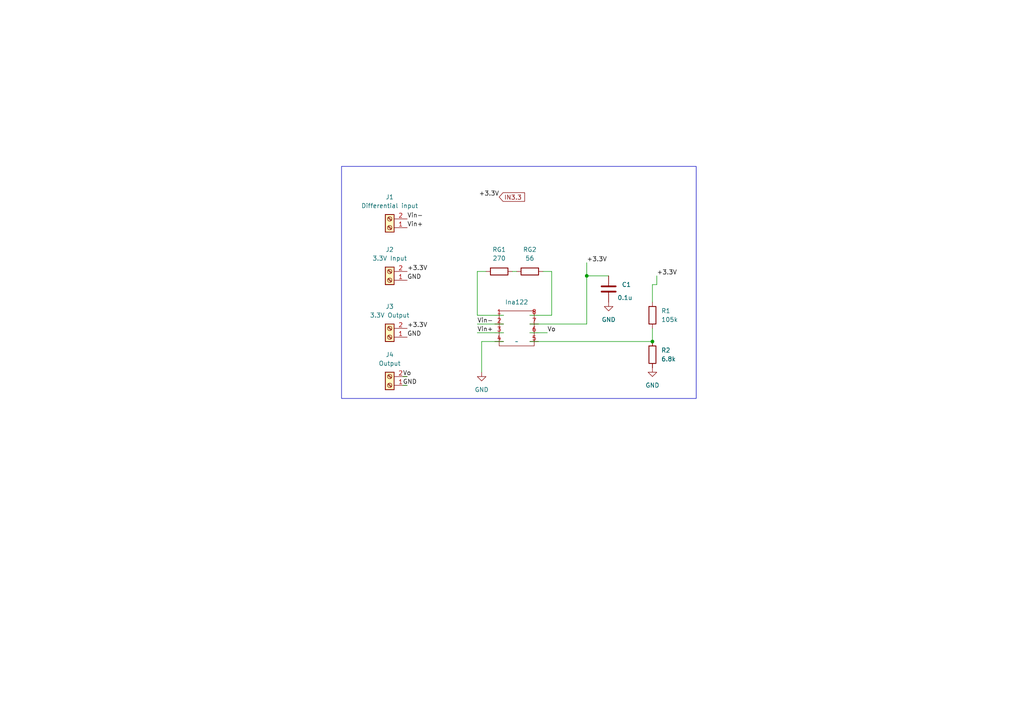
<source format=kicad_sch>
(kicad_sch (version 20230121) (generator eeschema)
  (paper "A4")
  (title_block (title "SCH: Differential Amplifier Circuit for Loadcells") (date "2023-12-09") (rev "00") (company "Group 15") (comment 1 "This circuit will apllify the differential in potential from Wheatstone - bridge") (comment 2 "It has 3.3V input ") (comment 3 "v+ , v- input from wheatstone bridge") (comment 4 "3.3V output for Wheatstone-bridge"))
  (lib_symbols
    (symbol "Connector:Screw_Terminal_01x02" (pin_names (offset 1.016) hide)
      (property "Reference" "J" (at 0 2.54 0))
      (property "Value" "Screw_Terminal_01x02" (at 0 -5.08 0))
      (symbol "Screw_Terminal_01x02_1_1"
        (rectangle (start -1.27 1.27) (end 1.27 -3.81) (stroke (width 0.254)) (fill (type background)))
        (circle (center 0 -2.54) (radius 0.635) (stroke (width 0.1524)))
        (polyline (pts (xy -0.5334 -2.2098) (xy 0.3302 -3.048)) (stroke (width 0.1524)))
        (polyline (pts (xy -0.5334 0.3302) (xy 0.3302 -0.508)) (stroke (width 0.1524)))
        (polyline (pts (xy -0.3556 -2.032) (xy 0.508 -2.8702)) (stroke (width 0.1524)))
        (polyline (pts (xy -0.3556 0.508) (xy 0.508 -0.3302)) (stroke (width 0.1524)))
        (circle (center 0 0) (radius 0.635) (stroke (width 0.1524)))
        (pin passive line (at -5.08 0 0) (length 3.81) (name "Pin_1") (number "1"))
        (pin passive line (at -5.08 -2.54 0) (length 3.81) (name "Pin_2") (number "2"))
      )
    )
    (symbol "Device:C" (pin_numbers hide) (pin_names (offset 0.254))
      (property "Reference" "C" (at 0.635 2.54 0))
      (property "Value" "C" (at 0.635 -2.54 0))
      (symbol "C_0_1"
        (polyline (pts (xy -2.032 -0.762) (xy 2.032 -0.762)) (stroke (width 0.508)))
        (polyline (pts (xy -2.032 0.762) (xy 2.032 0.762)) (stroke (width 0.508)))
      )
      (symbol "C_1_1"
        (pin passive line (at 0 3.81 270) (length 2.794) (name "~") (number "1"))
        (pin passive line (at 0 -3.81 90) (length 2.794) (name "~") (number "2"))
      )
    )
    (symbol "Device:R" (pin_numbers hide) (pin_names (offset 0))
      (property "Reference" "R" (at 2.032 0 90))
      (property "Value" "R" (at 0 0 90))
      (symbol "R_0_1"
        (rectangle (start -1.016 -2.54) (end 1.016 2.54) (stroke (width 0.254)))
      )
      (symbol "R_1_1"
        (pin passive line (at 0 3.81 270) (length 1.27) (name "~") (number "1"))
        (pin passive line (at 0 -3.81 90) (length 1.27) (name "~") (number "2"))
      )
    )
    (symbol "New_Library:INA122P"
      (property "Reference" "Ina122" (at 0 7.62 0))
      (property "Value" "~" (at 0 -3.81 0))
      (symbol "INA122P_0_1"
        (rectangle (start -5.08 5.08) (end 5.08 -5.08))
      )
      (symbol "INA122P_1_1"
        (pin bidirectional line (at -3.81 3.81 180) (length 2.54) (name "") (number "1"))
        (pin input line (at -3.81 1.27 180) (length 2.54) (name "") (number "2"))
        (pin input line (at -3.81 -1.27 180) (length 2.54) (name "") (number "3"))
        (pin power_out line (at -3.81 -3.81 180) (length 2.54) (name "") (number "4"))
        (pin input line (at 3.81 -3.81 0) (length 2.54) (name "") (number "5"))
        (pin output line (at 3.81 -1.27 0) (length 2.54) (name "") (number "6"))
        (pin input line (at 3.81 1.27 0) (length 2.54) (name "") (number "7"))
        (pin bidirectional line (at 3.81 3.81 0) (length 2.54) (name "") (number "8"))
      )
    )
    (symbol "power:GND" (power) (pin_names (offset 0))
      (property "Value" "GND" (at 0 -3.81 0))
      (symbol "GND_0_1"
        (polyline (pts (xy 0 0) (xy 0 -1.27) (xy 1.27 -1.27) (xy 0 -2.54) (xy -1.27 -1.27) (xy 0 -1.27)))
      )
      (symbol "GND_1_1"
        (pin power_in line (at 0 0 270) (length 0) hide (name "GND") (number "1"))
      )
    )
  )
  (junction (at 170.18 80.01))
  (junction (at 189.23 99.06))
  (wire (pts (xy 153.67 91.44) (xy 160.02 91.44)))
  (wire (pts (xy 170.18 80.01) (xy 170.18 93.98)))
  (wire (pts (xy 157.48 78.74) (xy 160.02 78.74)))
  (wire (pts (xy 138.43 91.44) (xy 146.05 91.44)))
  (wire (pts (xy 170.18 80.01) (xy 176.53 80.01)))
  (wire (pts (xy 138.43 93.98) (xy 146.05 93.98)))
  (wire (pts (xy 116.84 111.76) (xy 118.11 111.76)))
  (wire (pts (xy 139.7 99.06) (xy 146.05 99.06)))
  (wire (pts (xy 153.67 99.06) (xy 189.23 99.06)))
  (wire (pts (xy 158.75 96.52) (xy 153.67 96.52)))
  (wire (pts (xy 189.23 95.25) (xy 189.23 99.06)))
  (wire (pts (xy 138.43 91.44) (xy 138.43 78.74)))
  (wire (pts (xy 170.18 76.2) (xy 170.18 80.01)))
  (wire (pts (xy 160.02 91.44) (xy 160.02 78.74)))
  (wire (pts (xy 116.84 109.22) (xy 118.11 109.22)))
  (wire (pts (xy 138.43 78.74) (xy 140.97 78.74)))
  (wire (pts (xy 190.5 82.55) (xy 189.23 82.55)))
  (wire (pts (xy 139.7 99.06) (xy 139.7 107.95)))
  (wire (pts (xy 138.43 96.52) (xy 146.05 96.52)))
  (wire (pts (xy 148.59 78.74) (xy 149.86 78.74)))
  (wire (pts (xy 189.23 82.55) (xy 189.23 87.63)))
  (wire (pts (xy 153.67 93.98) (xy 170.18 93.98)))
  (wire (pts (xy 190.5 80.01) (xy 190.5 82.55)))
  (rectangle (start 99.06 48.26) (end 201.93 115.57))
  (label "GND" (at 118.11 97.79 0))
  (label "Vin-" (at 118.11 63.5 0))
  (label "Vin+" (at 118.11 66.04 0))
  (label "GND" (at 118.11 81.28 0))
  (label "GND" (at 116.84 111.76 0))
  (label "+3.3V" (at 190.5 80.01 0))
  (label "+3.3V" (at 144.78 57.15 180))
  (label "+3.3V" (at 170.18 76.2 0))
  (label "Vo" (at 116.84 109.22 0))
  (label "+3.3V" (at 118.11 95.25 0))
  (label "Vin-" (at 138.43 93.98 0))
  (label "+3.3V" (at 118.11 78.74 0))
  (label "Vo" (at 158.75 96.52 0))
  (label "Vin+" (at 138.43 96.52 0))
  (global_label "IN3.3" (shape input) (at 144.78 57.15 0) (property "Intersheetrefs" "${INTERSHEET_REFS}" (effects hide)))
  (symbol (lib_id "power:GND") (at 189.23 106.68 0) (unit 1)
    (property "Reference" "#PWR03" (effects hide))
    (property "Value" "GND" (at 189.23 111.76 0))
  )
  (symbol (lib_id "Device:C") (at 176.53 83.82 0) (unit 1)
    (property "Reference" "C1" (at 180.34 82.55 0) (effects (justify left)))
    (property "Value" "0.1u" (at 179.07 86.36 0) (effects (justify left)))
    (property "Footprint" "Capacitor_THT:CP_Radial_D4.0mm_P1.50mm" (effects hide))
  )
  (symbol (lib_id "Connector:Screw_Terminal_01x02") (at 113.03 81.28 180) (unit 1)
    (property "Reference" "J2" (at 113.03 72.39 0))
    (property "Value" "3.3V Input" (at 113.03 74.93 0))
    (property "Footprint" "Connector_PinSocket_1.27mm:PinSocket_1x02_P1.27mm_Vertical" (effects hide))
  )
  (symbol (lib_id "New_Library:INA122P") (at 149.86 95.25 0) (unit 1)
    (property "Reference" "Ina122" (at 149.86 87.63 0))
    (property "Value" "~" (at 149.86 99.06 0))
    (property "Footprint" "Package_DIP:DIP-8_W7.62mm" (effects hide))
  )
  (symbol (lib_id "Connector:Screw_Terminal_01x02") (at 113.03 97.79 180) (unit 1)
    (property "Reference" "J3" (at 113.03 88.9 0))
    (property "Value" "3.3V Output" (at 113.03 91.44 0))
    (property "Footprint" "TerminalBlock:TerminalBlock_Altech_AK300-2_P5.00mm" (effects hide))
  )
  (symbol (lib_id "power:GND") (at 176.53 87.63 0) (unit 1)
    (property "Reference" "#PWR02" (effects hide))
    (property "Value" "GND" (at 176.53 92.71 0))
  )
  (symbol (lib_id "Device:R") (at 153.67 78.74 270) (unit 1)
    (property "Reference" "RG2" (at 153.67 72.39 90))
    (property "Value" "56" (at 153.67 74.93 90))
    (property "Footprint" "Resistor_THT:R_Axial_DIN0207_L6.3mm_D2.5mm_P10.16mm_Horizontal" (effects hide))
  )
  (symbol (lib_id "Connector:Screw_Terminal_01x02") (at 113.03 66.04 180) (unit 1)
    (property "Reference" "J1" (at 113.03 57.15 0))
    (property "Value" "Differential input" (at 113.03 59.69 0))
    (property "Footprint" "TerminalBlock:TerminalBlock_Altech_AK300-2_P5.00mm" (effects hide))
  )
  (symbol (lib_id "Device:R") (at 189.23 102.87 0) (unit 1)
    (property "Reference" "R2" (at 191.77 101.6 0) (effects (justify left)))
    (property "Value" "6.8k" (at 191.77 104.14 0) (effects (justify left)))
    (property "Footprint" "Resistor_THT:R_Axial_DIN0207_L6.3mm_D2.5mm_P10.16mm_Horizontal" (effects hide))
  )
  (symbol (lib_id "power:GND") (at 139.7 107.95 0) (unit 1)
    (property "Reference" "#PWR01" (effects hide))
    (property "Value" "GND" (at 139.7 113.03 0))
  )
  (symbol (lib_id "Connector:Screw_Terminal_01x02") (at 113.03 111.76 180) (unit 1)
    (property "Reference" "J4" (at 113.03 102.87 0))
    (property "Value" "Output" (at 113.03 105.41 0))
    (property "Footprint" "Connector_PinHeader_1.27mm:PinHeader_1x02_P1.27mm_Vertical" (effects hide))
  )
  (symbol (lib_id "Device:R") (at 144.78 78.74 270) (unit 1)
    (property "Reference" "RG1" (at 144.78 72.39 90))
    (property "Value" "270" (at 144.78 74.93 90))
    (property "Footprint" "Resistor_THT:R_Axial_DIN0207_L6.3mm_D2.5mm_P10.16mm_Horizontal" (effects hide))
  )
  (symbol (lib_id "Device:R") (at 189.23 91.44 0) (unit 1)
    (property "Reference" "R1" (at 191.77 90.17 0) (effects (justify left)))
    (property "Value" "105k" (at 191.77 92.71 0) (effects (justify left)))
    (property "Footprint" "Resistor_THT:R_Axial_DIN0207_L6.3mm_D2.5mm_P10.16mm_Horizontal" (effects hide))
  )
)
</source>
